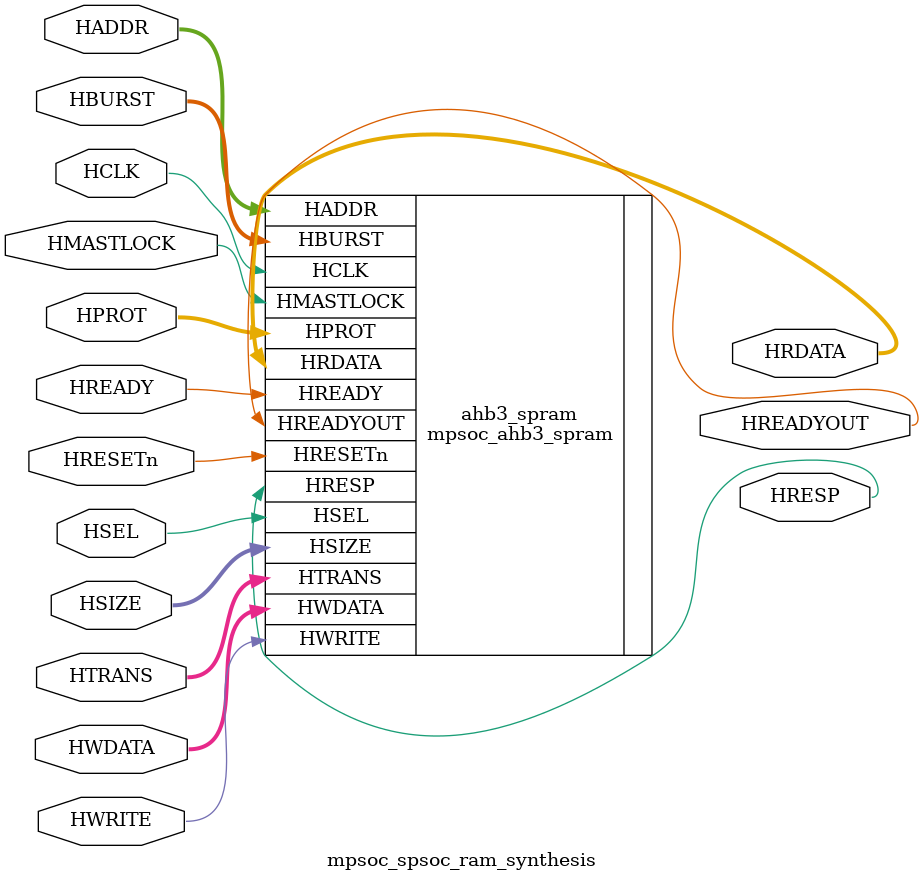
<source format=sv>

/* Copyright (c) 2018-2019 by the author(s)
 *
 * Permission is hereby granted, free of charge, to any person obtaining a copy
 * of this software and associated documentation files (the "Software"), to deal
 * in the Software without restriction, including without limitation the rights
 * to use, copy, modify, merge, publish, distribute, sublicense, and/or sell
 * copies of the Software, and to permit persons to whom the Software is
 * furnished to do so, subject to the following conditions:
 *
 * The above copyright notice and this permission notice shall be included in
 * all copies or substantial portions of the Software.
 *
 * THE SOFTWARE IS PROVIDED "AS IS", WITHOUT WARRANTY OF ANY KIND, EXPRESS OR
 * IMPLIED, INCLUDING BUT NOT LIMITED TO THE WARRANTIES OF MERCHANTABILITY,
 * FITNESS FOR A PARTICULAR PURPOSE AND NONINFRINGEMENT. IN NO EVENT SHALL THE
 * AUTHORS OR COPYRIGHT HOLDERS BE LIABLE FOR ANY CLAIM, DAMAGES OR OTHER
 * LIABILITY, WHETHER IN AN ACTION OF CONTRACT, TORT OR OTHERWISE, ARISING FROM,
 * OUT OF OR IN CONNECTION WITH THE SOFTWARE OR THE USE OR OTHER DEALINGS IN
 * THE SOFTWARE.
 *
 * =============================================================================
 * Author(s):
 *   Paco Reina Campo <pacoreinacampo@queenfield.tech>
 */

module mpsoc_spsoc_ram_synthesis #(
  parameter MEM_SIZE          = 256,        //Memory in Bytes
  parameter MEM_DEPTH         = 256,        //Memory depth
  parameter PLEN              = 8,
  parameter XLEN              = 32,
  parameter TECHNOLOGY        = "GENERIC",
  parameter REGISTERED_OUTPUT = "NO"
) (
  input HRESETn,
  input HCLK,

  input                 HSEL,
  input      [PLEN-1:0] HADDR,
  input      [XLEN-1:0] HWDATA,
  output reg [XLEN-1:0] HRDATA,
  input                 HWRITE,
  input      [     2:0] HSIZE,
  input      [     2:0] HBURST,
  input      [     3:0] HPROT,
  input      [     1:0] HTRANS,
  input                 HMASTLOCK,
  output reg            HREADYOUT,
  input                 HREADY,
  output                HRESP
);

  //////////////////////////////////////////////////////////////////
  //
  // Module Body
  //

  //DUT AHB3
  mpsoc_ahb3_spram #(
    .MEM_SIZE         (MEM_SIZE),
    .MEM_DEPTH        (MEM_DEPTH),
    .PLEN             (PLEN),
    .XLEN             (XLEN),
    .TECHNOLOGY       (TECHNOLOGY),
    .REGISTERED_OUTPUT(REGISTERED_OUTPUT)
  ) ahb3_spram (
    .HRESETn(HRESETn),
    .HCLK   (HCLK),

    .HSEL     (HSEL),
    .HADDR    (HADDR),
    .HWDATA   (HWDATA),
    .HRDATA   (HRDATA),
    .HWRITE   (HWRITE),
    .HSIZE    (HSIZE),
    .HBURST   (HBURST),
    .HPROT    (HPROT),
    .HTRANS   (HTRANS),
    .HMASTLOCK(HMASTLOCK),
    .HREADYOUT(HREADYOUT),
    .HREADY   (HREADY),
    .HRESP    (HRESP)
  );
endmodule

</source>
